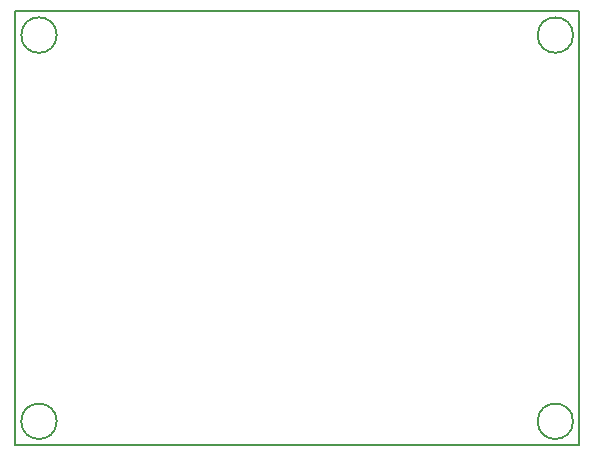
<source format=gbr>
%TF.GenerationSoftware,KiCad,Pcbnew,7.0.11-7.0.11~ubuntu22.04.1*%
%TF.CreationDate,2024-09-26T16:57:13+02:00*%
%TF.ProjectId,BAU-Elec,4241552d-456c-4656-932e-6b696361645f,rev?*%
%TF.SameCoordinates,Original*%
%TF.FileFunction,Profile,NP*%
%FSLAX46Y46*%
G04 Gerber Fmt 4.6, Leading zero omitted, Abs format (unit mm)*
G04 Created by KiCad (PCBNEW 7.0.11-7.0.11~ubuntu22.04.1) date 2024-09-26 16:57:13*
%MOMM*%
%LPD*%
G01*
G04 APERTURE LIST*
%TA.AperFunction,Profile*%
%ADD10C,0.200000*%
%TD*%
G04 APERTURE END LIST*
D10*
X45970000Y-50510000D02*
G75*
G03*
X42970000Y-50510000I-1500000J0D01*
G01*
X42970000Y-50510000D02*
G75*
G03*
X45970000Y-50510000I1500000J0D01*
G01*
X45970000Y-17810000D02*
G75*
G03*
X42970000Y-17810000I-1500000J0D01*
G01*
X42970000Y-17810000D02*
G75*
G03*
X45970000Y-17810000I1500000J0D01*
G01*
X89690000Y-17810000D02*
G75*
G03*
X86690000Y-17810000I-1500000J0D01*
G01*
X86690000Y-17810000D02*
G75*
G03*
X89690000Y-17810000I1500000J0D01*
G01*
X89690000Y-50510000D02*
G75*
G03*
X86690000Y-50510000I-1500000J0D01*
G01*
X86690000Y-50510000D02*
G75*
G03*
X89690000Y-50510000I1500000J0D01*
G01*
X42470000Y-15810000D02*
X90190000Y-15810000D01*
X90190000Y-52510000D01*
X42470000Y-52510000D01*
X42470000Y-15810000D01*
M02*

</source>
